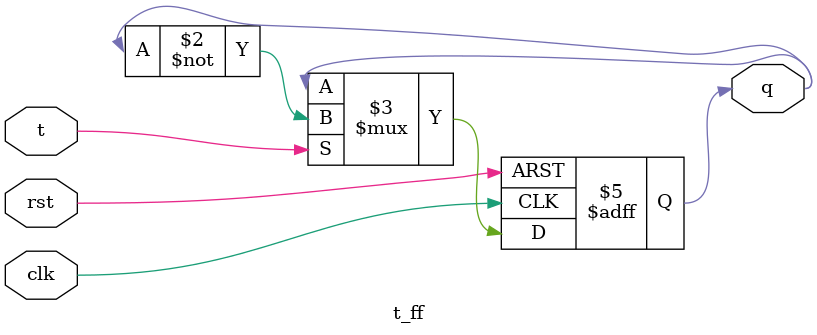
<source format=v>
module t_ff(input clk, rst, t, output reg q);
    always @(posedge clk or posedge rst) begin
        if (rst)
            q <= 0;
        else if (t)
            q <= ~q;
    end
endmodule

</source>
